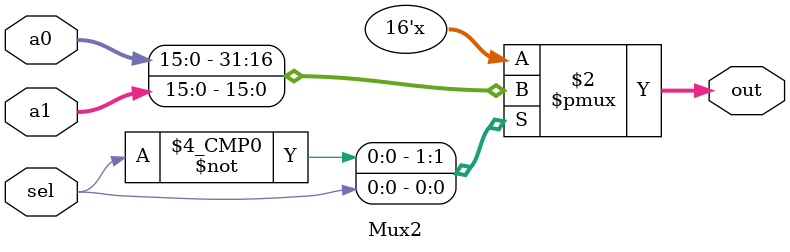
<source format=v>
module datapath(clk, readnum, vsel, loada, loadb, shift, asel, bsel, ALUop, 
                loadc, loads, writenum, write, mdata, sximm8, PC, sximm5, Z_out, C);
    input[15:0] mdata, sximm8, sximm5;
    input [8:0] PC;
    input[2:0] writenum, readnum;
    input[1:0] shift, ALUop, vsel;
    input write, clk, loada, loadb, loadc, loads, asel, bsel;

    output [2:0] Z_out;
    output[15:0] C;

    wire[15:0] data_in, data_out, aout, bout, sout, Ain, Bin, out;
    wire [2:0] Z;
    wire [15:0] PC_ext = {7'b0,PC};
    

    Mux4 data_input(mdata, sximm8, PC_ext, C, vsel, data_in);		        //select between 4 different inputs
    regfile REGFILE(data_in, writenum, write, readnum, clk, data_out);	//write/read register data
    RLE rleA(data_out, loada, clk, aout);					            //load register A
    RLE rleB(data_out, loadb, clk, bout);					            //load register B
    shifter shifter(bout, shift, sout);					                //shift data from register B
    Mux2 ainMux(16'b0, aout, asel, Ain);					            //select between register A data and 16'b0
    Mux2 binMux(sximm5, sout, bsel, Bin);		                        //select between shifted data from register B and sximm5
    ALU alu(Ain, Bin, ALUop, out, Z);					                //perform ALU
    RLE #(3) status(Z, loads, clk, Z_out);					            //load status register file
    RLE rlec(out, loadc, clk, C);				                        //load register C

endmodule

//4 input k bit multiplexer
module Mux4(a3, a2, a1, a0, sel, out) ;
    parameter k = 16;
    input [k-1:0] a0, a1, a2, a3;
    input [1:0] sel;
    output reg [k-1:0] out;

    always @(*) begin
        case(sel)
        2'b00: out = a0;
        2'b01: out = a1;
        2'b10: out = a2;
        2'b11: out = a3;
        default: out = {k{1'bx}};
        endcase
    end
endmodule

// 3 input MUX
module Mux3(a2, a1, a0, s, out) ;
  parameter k = 16; // width
  input [k-1:0] a0, a1, a2; // inputs
  input [2:0] s; // one-hot select
  output[k-1:0] out;
  wire [k-1:0] out = ({k{s[0]}} & a0) | ({k{s[1]}} & a1) | ({k{s[2]}} & a2);
endmodule

//2 input k bit multiplexer
module Mux2(a1, a0, sel, out) ;
    parameter k = 16;
    input [k-1:0] a0, a1;
    input sel;
    output reg [k-1:0] out;

    always @(*) begin
        case(sel)
            1'b0: out = a0;
            1'b1: out = a1;
            default: out = {k{1'bx}};	//even if bit size is not 16, will ensure no latches
        endcase
    end
endmodule

</source>
